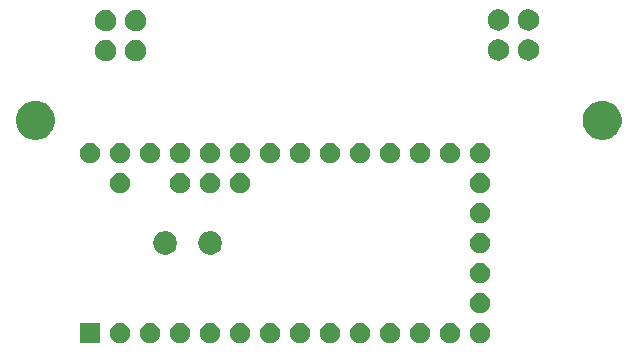
<source format=gbr>
G04 #@! TF.GenerationSoftware,KiCad,Pcbnew,(5.1.5)-2*
G04 #@! TF.CreationDate,2020-01-08T13:09:33+10:00*
G04 #@! TF.ProjectId,teensy-carrier,7465656e-7379-42d6-9361-72726965722e,rev?*
G04 #@! TF.SameCoordinates,Original*
G04 #@! TF.FileFunction,Soldermask,Bot*
G04 #@! TF.FilePolarity,Negative*
%FSLAX46Y46*%
G04 Gerber Fmt 4.6, Leading zero omitted, Abs format (unit mm)*
G04 Created by KiCad (PCBNEW (5.1.5)-2) date 2020-01-08 13:09:33*
%MOMM*%
%LPD*%
G04 APERTURE LIST*
%ADD10C,0.100000*%
G04 APERTURE END LIST*
D10*
G36*
X676491000Y-398361000D02*
G01*
X674789000Y-398361000D01*
X674789000Y-396659000D01*
X676491000Y-396659000D01*
X676491000Y-398361000D01*
G37*
G36*
X706368228Y-396691703D02*
G01*
X706523100Y-396755853D01*
X706662481Y-396848985D01*
X706781015Y-396967519D01*
X706874147Y-397106900D01*
X706938297Y-397261772D01*
X706971000Y-397426184D01*
X706971000Y-397593816D01*
X706938297Y-397758228D01*
X706874147Y-397913100D01*
X706781015Y-398052481D01*
X706662481Y-398171015D01*
X706523100Y-398264147D01*
X706368228Y-398328297D01*
X706203816Y-398361000D01*
X706036184Y-398361000D01*
X705871772Y-398328297D01*
X705716900Y-398264147D01*
X705577519Y-398171015D01*
X705458985Y-398052481D01*
X705365853Y-397913100D01*
X705301703Y-397758228D01*
X705269000Y-397593816D01*
X705269000Y-397426184D01*
X705301703Y-397261772D01*
X705365853Y-397106900D01*
X705458985Y-396967519D01*
X705577519Y-396848985D01*
X705716900Y-396755853D01*
X705871772Y-396691703D01*
X706036184Y-396659000D01*
X706203816Y-396659000D01*
X706368228Y-396691703D01*
G37*
G36*
X703828228Y-396691703D02*
G01*
X703983100Y-396755853D01*
X704122481Y-396848985D01*
X704241015Y-396967519D01*
X704334147Y-397106900D01*
X704398297Y-397261772D01*
X704431000Y-397426184D01*
X704431000Y-397593816D01*
X704398297Y-397758228D01*
X704334147Y-397913100D01*
X704241015Y-398052481D01*
X704122481Y-398171015D01*
X703983100Y-398264147D01*
X703828228Y-398328297D01*
X703663816Y-398361000D01*
X703496184Y-398361000D01*
X703331772Y-398328297D01*
X703176900Y-398264147D01*
X703037519Y-398171015D01*
X702918985Y-398052481D01*
X702825853Y-397913100D01*
X702761703Y-397758228D01*
X702729000Y-397593816D01*
X702729000Y-397426184D01*
X702761703Y-397261772D01*
X702825853Y-397106900D01*
X702918985Y-396967519D01*
X703037519Y-396848985D01*
X703176900Y-396755853D01*
X703331772Y-396691703D01*
X703496184Y-396659000D01*
X703663816Y-396659000D01*
X703828228Y-396691703D01*
G37*
G36*
X701288228Y-396691703D02*
G01*
X701443100Y-396755853D01*
X701582481Y-396848985D01*
X701701015Y-396967519D01*
X701794147Y-397106900D01*
X701858297Y-397261772D01*
X701891000Y-397426184D01*
X701891000Y-397593816D01*
X701858297Y-397758228D01*
X701794147Y-397913100D01*
X701701015Y-398052481D01*
X701582481Y-398171015D01*
X701443100Y-398264147D01*
X701288228Y-398328297D01*
X701123816Y-398361000D01*
X700956184Y-398361000D01*
X700791772Y-398328297D01*
X700636900Y-398264147D01*
X700497519Y-398171015D01*
X700378985Y-398052481D01*
X700285853Y-397913100D01*
X700221703Y-397758228D01*
X700189000Y-397593816D01*
X700189000Y-397426184D01*
X700221703Y-397261772D01*
X700285853Y-397106900D01*
X700378985Y-396967519D01*
X700497519Y-396848985D01*
X700636900Y-396755853D01*
X700791772Y-396691703D01*
X700956184Y-396659000D01*
X701123816Y-396659000D01*
X701288228Y-396691703D01*
G37*
G36*
X698748228Y-396691703D02*
G01*
X698903100Y-396755853D01*
X699042481Y-396848985D01*
X699161015Y-396967519D01*
X699254147Y-397106900D01*
X699318297Y-397261772D01*
X699351000Y-397426184D01*
X699351000Y-397593816D01*
X699318297Y-397758228D01*
X699254147Y-397913100D01*
X699161015Y-398052481D01*
X699042481Y-398171015D01*
X698903100Y-398264147D01*
X698748228Y-398328297D01*
X698583816Y-398361000D01*
X698416184Y-398361000D01*
X698251772Y-398328297D01*
X698096900Y-398264147D01*
X697957519Y-398171015D01*
X697838985Y-398052481D01*
X697745853Y-397913100D01*
X697681703Y-397758228D01*
X697649000Y-397593816D01*
X697649000Y-397426184D01*
X697681703Y-397261772D01*
X697745853Y-397106900D01*
X697838985Y-396967519D01*
X697957519Y-396848985D01*
X698096900Y-396755853D01*
X698251772Y-396691703D01*
X698416184Y-396659000D01*
X698583816Y-396659000D01*
X698748228Y-396691703D01*
G37*
G36*
X696208228Y-396691703D02*
G01*
X696363100Y-396755853D01*
X696502481Y-396848985D01*
X696621015Y-396967519D01*
X696714147Y-397106900D01*
X696778297Y-397261772D01*
X696811000Y-397426184D01*
X696811000Y-397593816D01*
X696778297Y-397758228D01*
X696714147Y-397913100D01*
X696621015Y-398052481D01*
X696502481Y-398171015D01*
X696363100Y-398264147D01*
X696208228Y-398328297D01*
X696043816Y-398361000D01*
X695876184Y-398361000D01*
X695711772Y-398328297D01*
X695556900Y-398264147D01*
X695417519Y-398171015D01*
X695298985Y-398052481D01*
X695205853Y-397913100D01*
X695141703Y-397758228D01*
X695109000Y-397593816D01*
X695109000Y-397426184D01*
X695141703Y-397261772D01*
X695205853Y-397106900D01*
X695298985Y-396967519D01*
X695417519Y-396848985D01*
X695556900Y-396755853D01*
X695711772Y-396691703D01*
X695876184Y-396659000D01*
X696043816Y-396659000D01*
X696208228Y-396691703D01*
G37*
G36*
X693668228Y-396691703D02*
G01*
X693823100Y-396755853D01*
X693962481Y-396848985D01*
X694081015Y-396967519D01*
X694174147Y-397106900D01*
X694238297Y-397261772D01*
X694271000Y-397426184D01*
X694271000Y-397593816D01*
X694238297Y-397758228D01*
X694174147Y-397913100D01*
X694081015Y-398052481D01*
X693962481Y-398171015D01*
X693823100Y-398264147D01*
X693668228Y-398328297D01*
X693503816Y-398361000D01*
X693336184Y-398361000D01*
X693171772Y-398328297D01*
X693016900Y-398264147D01*
X692877519Y-398171015D01*
X692758985Y-398052481D01*
X692665853Y-397913100D01*
X692601703Y-397758228D01*
X692569000Y-397593816D01*
X692569000Y-397426184D01*
X692601703Y-397261772D01*
X692665853Y-397106900D01*
X692758985Y-396967519D01*
X692877519Y-396848985D01*
X693016900Y-396755853D01*
X693171772Y-396691703D01*
X693336184Y-396659000D01*
X693503816Y-396659000D01*
X693668228Y-396691703D01*
G37*
G36*
X691128228Y-396691703D02*
G01*
X691283100Y-396755853D01*
X691422481Y-396848985D01*
X691541015Y-396967519D01*
X691634147Y-397106900D01*
X691698297Y-397261772D01*
X691731000Y-397426184D01*
X691731000Y-397593816D01*
X691698297Y-397758228D01*
X691634147Y-397913100D01*
X691541015Y-398052481D01*
X691422481Y-398171015D01*
X691283100Y-398264147D01*
X691128228Y-398328297D01*
X690963816Y-398361000D01*
X690796184Y-398361000D01*
X690631772Y-398328297D01*
X690476900Y-398264147D01*
X690337519Y-398171015D01*
X690218985Y-398052481D01*
X690125853Y-397913100D01*
X690061703Y-397758228D01*
X690029000Y-397593816D01*
X690029000Y-397426184D01*
X690061703Y-397261772D01*
X690125853Y-397106900D01*
X690218985Y-396967519D01*
X690337519Y-396848985D01*
X690476900Y-396755853D01*
X690631772Y-396691703D01*
X690796184Y-396659000D01*
X690963816Y-396659000D01*
X691128228Y-396691703D01*
G37*
G36*
X688588228Y-396691703D02*
G01*
X688743100Y-396755853D01*
X688882481Y-396848985D01*
X689001015Y-396967519D01*
X689094147Y-397106900D01*
X689158297Y-397261772D01*
X689191000Y-397426184D01*
X689191000Y-397593816D01*
X689158297Y-397758228D01*
X689094147Y-397913100D01*
X689001015Y-398052481D01*
X688882481Y-398171015D01*
X688743100Y-398264147D01*
X688588228Y-398328297D01*
X688423816Y-398361000D01*
X688256184Y-398361000D01*
X688091772Y-398328297D01*
X687936900Y-398264147D01*
X687797519Y-398171015D01*
X687678985Y-398052481D01*
X687585853Y-397913100D01*
X687521703Y-397758228D01*
X687489000Y-397593816D01*
X687489000Y-397426184D01*
X687521703Y-397261772D01*
X687585853Y-397106900D01*
X687678985Y-396967519D01*
X687797519Y-396848985D01*
X687936900Y-396755853D01*
X688091772Y-396691703D01*
X688256184Y-396659000D01*
X688423816Y-396659000D01*
X688588228Y-396691703D01*
G37*
G36*
X686048228Y-396691703D02*
G01*
X686203100Y-396755853D01*
X686342481Y-396848985D01*
X686461015Y-396967519D01*
X686554147Y-397106900D01*
X686618297Y-397261772D01*
X686651000Y-397426184D01*
X686651000Y-397593816D01*
X686618297Y-397758228D01*
X686554147Y-397913100D01*
X686461015Y-398052481D01*
X686342481Y-398171015D01*
X686203100Y-398264147D01*
X686048228Y-398328297D01*
X685883816Y-398361000D01*
X685716184Y-398361000D01*
X685551772Y-398328297D01*
X685396900Y-398264147D01*
X685257519Y-398171015D01*
X685138985Y-398052481D01*
X685045853Y-397913100D01*
X684981703Y-397758228D01*
X684949000Y-397593816D01*
X684949000Y-397426184D01*
X684981703Y-397261772D01*
X685045853Y-397106900D01*
X685138985Y-396967519D01*
X685257519Y-396848985D01*
X685396900Y-396755853D01*
X685551772Y-396691703D01*
X685716184Y-396659000D01*
X685883816Y-396659000D01*
X686048228Y-396691703D01*
G37*
G36*
X708908228Y-396691703D02*
G01*
X709063100Y-396755853D01*
X709202481Y-396848985D01*
X709321015Y-396967519D01*
X709414147Y-397106900D01*
X709478297Y-397261772D01*
X709511000Y-397426184D01*
X709511000Y-397593816D01*
X709478297Y-397758228D01*
X709414147Y-397913100D01*
X709321015Y-398052481D01*
X709202481Y-398171015D01*
X709063100Y-398264147D01*
X708908228Y-398328297D01*
X708743816Y-398361000D01*
X708576184Y-398361000D01*
X708411772Y-398328297D01*
X708256900Y-398264147D01*
X708117519Y-398171015D01*
X707998985Y-398052481D01*
X707905853Y-397913100D01*
X707841703Y-397758228D01*
X707809000Y-397593816D01*
X707809000Y-397426184D01*
X707841703Y-397261772D01*
X707905853Y-397106900D01*
X707998985Y-396967519D01*
X708117519Y-396848985D01*
X708256900Y-396755853D01*
X708411772Y-396691703D01*
X708576184Y-396659000D01*
X708743816Y-396659000D01*
X708908228Y-396691703D01*
G37*
G36*
X683508228Y-396691703D02*
G01*
X683663100Y-396755853D01*
X683802481Y-396848985D01*
X683921015Y-396967519D01*
X684014147Y-397106900D01*
X684078297Y-397261772D01*
X684111000Y-397426184D01*
X684111000Y-397593816D01*
X684078297Y-397758228D01*
X684014147Y-397913100D01*
X683921015Y-398052481D01*
X683802481Y-398171015D01*
X683663100Y-398264147D01*
X683508228Y-398328297D01*
X683343816Y-398361000D01*
X683176184Y-398361000D01*
X683011772Y-398328297D01*
X682856900Y-398264147D01*
X682717519Y-398171015D01*
X682598985Y-398052481D01*
X682505853Y-397913100D01*
X682441703Y-397758228D01*
X682409000Y-397593816D01*
X682409000Y-397426184D01*
X682441703Y-397261772D01*
X682505853Y-397106900D01*
X682598985Y-396967519D01*
X682717519Y-396848985D01*
X682856900Y-396755853D01*
X683011772Y-396691703D01*
X683176184Y-396659000D01*
X683343816Y-396659000D01*
X683508228Y-396691703D01*
G37*
G36*
X680968228Y-396691703D02*
G01*
X681123100Y-396755853D01*
X681262481Y-396848985D01*
X681381015Y-396967519D01*
X681474147Y-397106900D01*
X681538297Y-397261772D01*
X681571000Y-397426184D01*
X681571000Y-397593816D01*
X681538297Y-397758228D01*
X681474147Y-397913100D01*
X681381015Y-398052481D01*
X681262481Y-398171015D01*
X681123100Y-398264147D01*
X680968228Y-398328297D01*
X680803816Y-398361000D01*
X680636184Y-398361000D01*
X680471772Y-398328297D01*
X680316900Y-398264147D01*
X680177519Y-398171015D01*
X680058985Y-398052481D01*
X679965853Y-397913100D01*
X679901703Y-397758228D01*
X679869000Y-397593816D01*
X679869000Y-397426184D01*
X679901703Y-397261772D01*
X679965853Y-397106900D01*
X680058985Y-396967519D01*
X680177519Y-396848985D01*
X680316900Y-396755853D01*
X680471772Y-396691703D01*
X680636184Y-396659000D01*
X680803816Y-396659000D01*
X680968228Y-396691703D01*
G37*
G36*
X678428228Y-396691703D02*
G01*
X678583100Y-396755853D01*
X678722481Y-396848985D01*
X678841015Y-396967519D01*
X678934147Y-397106900D01*
X678998297Y-397261772D01*
X679031000Y-397426184D01*
X679031000Y-397593816D01*
X678998297Y-397758228D01*
X678934147Y-397913100D01*
X678841015Y-398052481D01*
X678722481Y-398171015D01*
X678583100Y-398264147D01*
X678428228Y-398328297D01*
X678263816Y-398361000D01*
X678096184Y-398361000D01*
X677931772Y-398328297D01*
X677776900Y-398264147D01*
X677637519Y-398171015D01*
X677518985Y-398052481D01*
X677425853Y-397913100D01*
X677361703Y-397758228D01*
X677329000Y-397593816D01*
X677329000Y-397426184D01*
X677361703Y-397261772D01*
X677425853Y-397106900D01*
X677518985Y-396967519D01*
X677637519Y-396848985D01*
X677776900Y-396755853D01*
X677931772Y-396691703D01*
X678096184Y-396659000D01*
X678263816Y-396659000D01*
X678428228Y-396691703D01*
G37*
G36*
X708908228Y-394151703D02*
G01*
X709063100Y-394215853D01*
X709202481Y-394308985D01*
X709321015Y-394427519D01*
X709414147Y-394566900D01*
X709478297Y-394721772D01*
X709511000Y-394886184D01*
X709511000Y-395053816D01*
X709478297Y-395218228D01*
X709414147Y-395373100D01*
X709321015Y-395512481D01*
X709202481Y-395631015D01*
X709063100Y-395724147D01*
X708908228Y-395788297D01*
X708743816Y-395821000D01*
X708576184Y-395821000D01*
X708411772Y-395788297D01*
X708256900Y-395724147D01*
X708117519Y-395631015D01*
X707998985Y-395512481D01*
X707905853Y-395373100D01*
X707841703Y-395218228D01*
X707809000Y-395053816D01*
X707809000Y-394886184D01*
X707841703Y-394721772D01*
X707905853Y-394566900D01*
X707998985Y-394427519D01*
X708117519Y-394308985D01*
X708256900Y-394215853D01*
X708411772Y-394151703D01*
X708576184Y-394119000D01*
X708743816Y-394119000D01*
X708908228Y-394151703D01*
G37*
G36*
X708908228Y-391611703D02*
G01*
X709063100Y-391675853D01*
X709202481Y-391768985D01*
X709321015Y-391887519D01*
X709414147Y-392026900D01*
X709478297Y-392181772D01*
X709511000Y-392346184D01*
X709511000Y-392513816D01*
X709478297Y-392678228D01*
X709414147Y-392833100D01*
X709321015Y-392972481D01*
X709202481Y-393091015D01*
X709063100Y-393184147D01*
X708908228Y-393248297D01*
X708743816Y-393281000D01*
X708576184Y-393281000D01*
X708411772Y-393248297D01*
X708256900Y-393184147D01*
X708117519Y-393091015D01*
X707998985Y-392972481D01*
X707905853Y-392833100D01*
X707841703Y-392678228D01*
X707809000Y-392513816D01*
X707809000Y-392346184D01*
X707841703Y-392181772D01*
X707905853Y-392026900D01*
X707998985Y-391887519D01*
X708117519Y-391768985D01*
X708256900Y-391675853D01*
X708411772Y-391611703D01*
X708576184Y-391579000D01*
X708743816Y-391579000D01*
X708908228Y-391611703D01*
G37*
G36*
X682185285Y-388908234D02*
G01*
X682281981Y-388927468D01*
X682464151Y-389002926D01*
X682628100Y-389112473D01*
X682767527Y-389251900D01*
X682877074Y-389415849D01*
X682952532Y-389598019D01*
X682991000Y-389791410D01*
X682991000Y-389988590D01*
X682952532Y-390181981D01*
X682877074Y-390364151D01*
X682767527Y-390528100D01*
X682628100Y-390667527D01*
X682464151Y-390777074D01*
X682281981Y-390852532D01*
X682185285Y-390871766D01*
X682088591Y-390891000D01*
X681891409Y-390891000D01*
X681698019Y-390852532D01*
X681515849Y-390777074D01*
X681351900Y-390667527D01*
X681212473Y-390528100D01*
X681102926Y-390364151D01*
X681027468Y-390181981D01*
X680989000Y-389988590D01*
X680989000Y-389791410D01*
X681027468Y-389598019D01*
X681102926Y-389415849D01*
X681212473Y-389251900D01*
X681351900Y-389112473D01*
X681515849Y-389002926D01*
X681698019Y-388927468D01*
X681794715Y-388908234D01*
X681891409Y-388889000D01*
X682088591Y-388889000D01*
X682185285Y-388908234D01*
G37*
G36*
X685995285Y-388908234D02*
G01*
X686091981Y-388927468D01*
X686274151Y-389002926D01*
X686438100Y-389112473D01*
X686577527Y-389251900D01*
X686687074Y-389415849D01*
X686762532Y-389598019D01*
X686801000Y-389791410D01*
X686801000Y-389988590D01*
X686762532Y-390181981D01*
X686687074Y-390364151D01*
X686577527Y-390528100D01*
X686438100Y-390667527D01*
X686274151Y-390777074D01*
X686091981Y-390852532D01*
X685995285Y-390871766D01*
X685898591Y-390891000D01*
X685701409Y-390891000D01*
X685508019Y-390852532D01*
X685325849Y-390777074D01*
X685161900Y-390667527D01*
X685022473Y-390528100D01*
X684912926Y-390364151D01*
X684837468Y-390181981D01*
X684799000Y-389988590D01*
X684799000Y-389791410D01*
X684837468Y-389598019D01*
X684912926Y-389415849D01*
X685022473Y-389251900D01*
X685161900Y-389112473D01*
X685325849Y-389002926D01*
X685508019Y-388927468D01*
X685604715Y-388908234D01*
X685701409Y-388889000D01*
X685898591Y-388889000D01*
X685995285Y-388908234D01*
G37*
G36*
X708908228Y-389071703D02*
G01*
X709063100Y-389135853D01*
X709202481Y-389228985D01*
X709321015Y-389347519D01*
X709414147Y-389486900D01*
X709478297Y-389641772D01*
X709511000Y-389806184D01*
X709511000Y-389973816D01*
X709478297Y-390138228D01*
X709414147Y-390293100D01*
X709321015Y-390432481D01*
X709202481Y-390551015D01*
X709063100Y-390644147D01*
X708908228Y-390708297D01*
X708743816Y-390741000D01*
X708576184Y-390741000D01*
X708411772Y-390708297D01*
X708256900Y-390644147D01*
X708117519Y-390551015D01*
X707998985Y-390432481D01*
X707905853Y-390293100D01*
X707841703Y-390138228D01*
X707809000Y-389973816D01*
X707809000Y-389806184D01*
X707841703Y-389641772D01*
X707905853Y-389486900D01*
X707998985Y-389347519D01*
X708117519Y-389228985D01*
X708256900Y-389135853D01*
X708411772Y-389071703D01*
X708576184Y-389039000D01*
X708743816Y-389039000D01*
X708908228Y-389071703D01*
G37*
G36*
X708908228Y-386531703D02*
G01*
X709063100Y-386595853D01*
X709202481Y-386688985D01*
X709321015Y-386807519D01*
X709414147Y-386946900D01*
X709478297Y-387101772D01*
X709511000Y-387266184D01*
X709511000Y-387433816D01*
X709478297Y-387598228D01*
X709414147Y-387753100D01*
X709321015Y-387892481D01*
X709202481Y-388011015D01*
X709063100Y-388104147D01*
X708908228Y-388168297D01*
X708743816Y-388201000D01*
X708576184Y-388201000D01*
X708411772Y-388168297D01*
X708256900Y-388104147D01*
X708117519Y-388011015D01*
X707998985Y-387892481D01*
X707905853Y-387753100D01*
X707841703Y-387598228D01*
X707809000Y-387433816D01*
X707809000Y-387266184D01*
X707841703Y-387101772D01*
X707905853Y-386946900D01*
X707998985Y-386807519D01*
X708117519Y-386688985D01*
X708256900Y-386595853D01*
X708411772Y-386531703D01*
X708576184Y-386499000D01*
X708743816Y-386499000D01*
X708908228Y-386531703D01*
G37*
G36*
X678428228Y-383991703D02*
G01*
X678583100Y-384055853D01*
X678722481Y-384148985D01*
X678841015Y-384267519D01*
X678934147Y-384406900D01*
X678998297Y-384561772D01*
X679031000Y-384726184D01*
X679031000Y-384893816D01*
X678998297Y-385058228D01*
X678934147Y-385213100D01*
X678841015Y-385352481D01*
X678722481Y-385471015D01*
X678583100Y-385564147D01*
X678428228Y-385628297D01*
X678263816Y-385661000D01*
X678096184Y-385661000D01*
X677931772Y-385628297D01*
X677776900Y-385564147D01*
X677637519Y-385471015D01*
X677518985Y-385352481D01*
X677425853Y-385213100D01*
X677361703Y-385058228D01*
X677329000Y-384893816D01*
X677329000Y-384726184D01*
X677361703Y-384561772D01*
X677425853Y-384406900D01*
X677518985Y-384267519D01*
X677637519Y-384148985D01*
X677776900Y-384055853D01*
X677931772Y-383991703D01*
X678096184Y-383959000D01*
X678263816Y-383959000D01*
X678428228Y-383991703D01*
G37*
G36*
X683508228Y-383991703D02*
G01*
X683663100Y-384055853D01*
X683802481Y-384148985D01*
X683921015Y-384267519D01*
X684014147Y-384406900D01*
X684078297Y-384561772D01*
X684111000Y-384726184D01*
X684111000Y-384893816D01*
X684078297Y-385058228D01*
X684014147Y-385213100D01*
X683921015Y-385352481D01*
X683802481Y-385471015D01*
X683663100Y-385564147D01*
X683508228Y-385628297D01*
X683343816Y-385661000D01*
X683176184Y-385661000D01*
X683011772Y-385628297D01*
X682856900Y-385564147D01*
X682717519Y-385471015D01*
X682598985Y-385352481D01*
X682505853Y-385213100D01*
X682441703Y-385058228D01*
X682409000Y-384893816D01*
X682409000Y-384726184D01*
X682441703Y-384561772D01*
X682505853Y-384406900D01*
X682598985Y-384267519D01*
X682717519Y-384148985D01*
X682856900Y-384055853D01*
X683011772Y-383991703D01*
X683176184Y-383959000D01*
X683343816Y-383959000D01*
X683508228Y-383991703D01*
G37*
G36*
X708908228Y-383991703D02*
G01*
X709063100Y-384055853D01*
X709202481Y-384148985D01*
X709321015Y-384267519D01*
X709414147Y-384406900D01*
X709478297Y-384561772D01*
X709511000Y-384726184D01*
X709511000Y-384893816D01*
X709478297Y-385058228D01*
X709414147Y-385213100D01*
X709321015Y-385352481D01*
X709202481Y-385471015D01*
X709063100Y-385564147D01*
X708908228Y-385628297D01*
X708743816Y-385661000D01*
X708576184Y-385661000D01*
X708411772Y-385628297D01*
X708256900Y-385564147D01*
X708117519Y-385471015D01*
X707998985Y-385352481D01*
X707905853Y-385213100D01*
X707841703Y-385058228D01*
X707809000Y-384893816D01*
X707809000Y-384726184D01*
X707841703Y-384561772D01*
X707905853Y-384406900D01*
X707998985Y-384267519D01*
X708117519Y-384148985D01*
X708256900Y-384055853D01*
X708411772Y-383991703D01*
X708576184Y-383959000D01*
X708743816Y-383959000D01*
X708908228Y-383991703D01*
G37*
G36*
X686048228Y-383991703D02*
G01*
X686203100Y-384055853D01*
X686342481Y-384148985D01*
X686461015Y-384267519D01*
X686554147Y-384406900D01*
X686618297Y-384561772D01*
X686651000Y-384726184D01*
X686651000Y-384893816D01*
X686618297Y-385058228D01*
X686554147Y-385213100D01*
X686461015Y-385352481D01*
X686342481Y-385471015D01*
X686203100Y-385564147D01*
X686048228Y-385628297D01*
X685883816Y-385661000D01*
X685716184Y-385661000D01*
X685551772Y-385628297D01*
X685396900Y-385564147D01*
X685257519Y-385471015D01*
X685138985Y-385352481D01*
X685045853Y-385213100D01*
X684981703Y-385058228D01*
X684949000Y-384893816D01*
X684949000Y-384726184D01*
X684981703Y-384561772D01*
X685045853Y-384406900D01*
X685138985Y-384267519D01*
X685257519Y-384148985D01*
X685396900Y-384055853D01*
X685551772Y-383991703D01*
X685716184Y-383959000D01*
X685883816Y-383959000D01*
X686048228Y-383991703D01*
G37*
G36*
X688588228Y-383991703D02*
G01*
X688743100Y-384055853D01*
X688882481Y-384148985D01*
X689001015Y-384267519D01*
X689094147Y-384406900D01*
X689158297Y-384561772D01*
X689191000Y-384726184D01*
X689191000Y-384893816D01*
X689158297Y-385058228D01*
X689094147Y-385213100D01*
X689001015Y-385352481D01*
X688882481Y-385471015D01*
X688743100Y-385564147D01*
X688588228Y-385628297D01*
X688423816Y-385661000D01*
X688256184Y-385661000D01*
X688091772Y-385628297D01*
X687936900Y-385564147D01*
X687797519Y-385471015D01*
X687678985Y-385352481D01*
X687585853Y-385213100D01*
X687521703Y-385058228D01*
X687489000Y-384893816D01*
X687489000Y-384726184D01*
X687521703Y-384561772D01*
X687585853Y-384406900D01*
X687678985Y-384267519D01*
X687797519Y-384148985D01*
X687936900Y-384055853D01*
X688091772Y-383991703D01*
X688256184Y-383959000D01*
X688423816Y-383959000D01*
X688588228Y-383991703D01*
G37*
G36*
X698748228Y-381451703D02*
G01*
X698903100Y-381515853D01*
X699042481Y-381608985D01*
X699161015Y-381727519D01*
X699254147Y-381866900D01*
X699318297Y-382021772D01*
X699351000Y-382186184D01*
X699351000Y-382353816D01*
X699318297Y-382518228D01*
X699254147Y-382673100D01*
X699161015Y-382812481D01*
X699042481Y-382931015D01*
X698903100Y-383024147D01*
X698748228Y-383088297D01*
X698583816Y-383121000D01*
X698416184Y-383121000D01*
X698251772Y-383088297D01*
X698096900Y-383024147D01*
X697957519Y-382931015D01*
X697838985Y-382812481D01*
X697745853Y-382673100D01*
X697681703Y-382518228D01*
X697649000Y-382353816D01*
X697649000Y-382186184D01*
X697681703Y-382021772D01*
X697745853Y-381866900D01*
X697838985Y-381727519D01*
X697957519Y-381608985D01*
X698096900Y-381515853D01*
X698251772Y-381451703D01*
X698416184Y-381419000D01*
X698583816Y-381419000D01*
X698748228Y-381451703D01*
G37*
G36*
X688588228Y-381451703D02*
G01*
X688743100Y-381515853D01*
X688882481Y-381608985D01*
X689001015Y-381727519D01*
X689094147Y-381866900D01*
X689158297Y-382021772D01*
X689191000Y-382186184D01*
X689191000Y-382353816D01*
X689158297Y-382518228D01*
X689094147Y-382673100D01*
X689001015Y-382812481D01*
X688882481Y-382931015D01*
X688743100Y-383024147D01*
X688588228Y-383088297D01*
X688423816Y-383121000D01*
X688256184Y-383121000D01*
X688091772Y-383088297D01*
X687936900Y-383024147D01*
X687797519Y-382931015D01*
X687678985Y-382812481D01*
X687585853Y-382673100D01*
X687521703Y-382518228D01*
X687489000Y-382353816D01*
X687489000Y-382186184D01*
X687521703Y-382021772D01*
X687585853Y-381866900D01*
X687678985Y-381727519D01*
X687797519Y-381608985D01*
X687936900Y-381515853D01*
X688091772Y-381451703D01*
X688256184Y-381419000D01*
X688423816Y-381419000D01*
X688588228Y-381451703D01*
G37*
G36*
X693668228Y-381451703D02*
G01*
X693823100Y-381515853D01*
X693962481Y-381608985D01*
X694081015Y-381727519D01*
X694174147Y-381866900D01*
X694238297Y-382021772D01*
X694271000Y-382186184D01*
X694271000Y-382353816D01*
X694238297Y-382518228D01*
X694174147Y-382673100D01*
X694081015Y-382812481D01*
X693962481Y-382931015D01*
X693823100Y-383024147D01*
X693668228Y-383088297D01*
X693503816Y-383121000D01*
X693336184Y-383121000D01*
X693171772Y-383088297D01*
X693016900Y-383024147D01*
X692877519Y-382931015D01*
X692758985Y-382812481D01*
X692665853Y-382673100D01*
X692601703Y-382518228D01*
X692569000Y-382353816D01*
X692569000Y-382186184D01*
X692601703Y-382021772D01*
X692665853Y-381866900D01*
X692758985Y-381727519D01*
X692877519Y-381608985D01*
X693016900Y-381515853D01*
X693171772Y-381451703D01*
X693336184Y-381419000D01*
X693503816Y-381419000D01*
X693668228Y-381451703D01*
G37*
G36*
X696208228Y-381451703D02*
G01*
X696363100Y-381515853D01*
X696502481Y-381608985D01*
X696621015Y-381727519D01*
X696714147Y-381866900D01*
X696778297Y-382021772D01*
X696811000Y-382186184D01*
X696811000Y-382353816D01*
X696778297Y-382518228D01*
X696714147Y-382673100D01*
X696621015Y-382812481D01*
X696502481Y-382931015D01*
X696363100Y-383024147D01*
X696208228Y-383088297D01*
X696043816Y-383121000D01*
X695876184Y-383121000D01*
X695711772Y-383088297D01*
X695556900Y-383024147D01*
X695417519Y-382931015D01*
X695298985Y-382812481D01*
X695205853Y-382673100D01*
X695141703Y-382518228D01*
X695109000Y-382353816D01*
X695109000Y-382186184D01*
X695141703Y-382021772D01*
X695205853Y-381866900D01*
X695298985Y-381727519D01*
X695417519Y-381608985D01*
X695556900Y-381515853D01*
X695711772Y-381451703D01*
X695876184Y-381419000D01*
X696043816Y-381419000D01*
X696208228Y-381451703D01*
G37*
G36*
X701288228Y-381451703D02*
G01*
X701443100Y-381515853D01*
X701582481Y-381608985D01*
X701701015Y-381727519D01*
X701794147Y-381866900D01*
X701858297Y-382021772D01*
X701891000Y-382186184D01*
X701891000Y-382353816D01*
X701858297Y-382518228D01*
X701794147Y-382673100D01*
X701701015Y-382812481D01*
X701582481Y-382931015D01*
X701443100Y-383024147D01*
X701288228Y-383088297D01*
X701123816Y-383121000D01*
X700956184Y-383121000D01*
X700791772Y-383088297D01*
X700636900Y-383024147D01*
X700497519Y-382931015D01*
X700378985Y-382812481D01*
X700285853Y-382673100D01*
X700221703Y-382518228D01*
X700189000Y-382353816D01*
X700189000Y-382186184D01*
X700221703Y-382021772D01*
X700285853Y-381866900D01*
X700378985Y-381727519D01*
X700497519Y-381608985D01*
X700636900Y-381515853D01*
X700791772Y-381451703D01*
X700956184Y-381419000D01*
X701123816Y-381419000D01*
X701288228Y-381451703D01*
G37*
G36*
X703828228Y-381451703D02*
G01*
X703983100Y-381515853D01*
X704122481Y-381608985D01*
X704241015Y-381727519D01*
X704334147Y-381866900D01*
X704398297Y-382021772D01*
X704431000Y-382186184D01*
X704431000Y-382353816D01*
X704398297Y-382518228D01*
X704334147Y-382673100D01*
X704241015Y-382812481D01*
X704122481Y-382931015D01*
X703983100Y-383024147D01*
X703828228Y-383088297D01*
X703663816Y-383121000D01*
X703496184Y-383121000D01*
X703331772Y-383088297D01*
X703176900Y-383024147D01*
X703037519Y-382931015D01*
X702918985Y-382812481D01*
X702825853Y-382673100D01*
X702761703Y-382518228D01*
X702729000Y-382353816D01*
X702729000Y-382186184D01*
X702761703Y-382021772D01*
X702825853Y-381866900D01*
X702918985Y-381727519D01*
X703037519Y-381608985D01*
X703176900Y-381515853D01*
X703331772Y-381451703D01*
X703496184Y-381419000D01*
X703663816Y-381419000D01*
X703828228Y-381451703D01*
G37*
G36*
X706368228Y-381451703D02*
G01*
X706523100Y-381515853D01*
X706662481Y-381608985D01*
X706781015Y-381727519D01*
X706874147Y-381866900D01*
X706938297Y-382021772D01*
X706971000Y-382186184D01*
X706971000Y-382353816D01*
X706938297Y-382518228D01*
X706874147Y-382673100D01*
X706781015Y-382812481D01*
X706662481Y-382931015D01*
X706523100Y-383024147D01*
X706368228Y-383088297D01*
X706203816Y-383121000D01*
X706036184Y-383121000D01*
X705871772Y-383088297D01*
X705716900Y-383024147D01*
X705577519Y-382931015D01*
X705458985Y-382812481D01*
X705365853Y-382673100D01*
X705301703Y-382518228D01*
X705269000Y-382353816D01*
X705269000Y-382186184D01*
X705301703Y-382021772D01*
X705365853Y-381866900D01*
X705458985Y-381727519D01*
X705577519Y-381608985D01*
X705716900Y-381515853D01*
X705871772Y-381451703D01*
X706036184Y-381419000D01*
X706203816Y-381419000D01*
X706368228Y-381451703D01*
G37*
G36*
X691128228Y-381451703D02*
G01*
X691283100Y-381515853D01*
X691422481Y-381608985D01*
X691541015Y-381727519D01*
X691634147Y-381866900D01*
X691698297Y-382021772D01*
X691731000Y-382186184D01*
X691731000Y-382353816D01*
X691698297Y-382518228D01*
X691634147Y-382673100D01*
X691541015Y-382812481D01*
X691422481Y-382931015D01*
X691283100Y-383024147D01*
X691128228Y-383088297D01*
X690963816Y-383121000D01*
X690796184Y-383121000D01*
X690631772Y-383088297D01*
X690476900Y-383024147D01*
X690337519Y-382931015D01*
X690218985Y-382812481D01*
X690125853Y-382673100D01*
X690061703Y-382518228D01*
X690029000Y-382353816D01*
X690029000Y-382186184D01*
X690061703Y-382021772D01*
X690125853Y-381866900D01*
X690218985Y-381727519D01*
X690337519Y-381608985D01*
X690476900Y-381515853D01*
X690631772Y-381451703D01*
X690796184Y-381419000D01*
X690963816Y-381419000D01*
X691128228Y-381451703D01*
G37*
G36*
X680968228Y-381451703D02*
G01*
X681123100Y-381515853D01*
X681262481Y-381608985D01*
X681381015Y-381727519D01*
X681474147Y-381866900D01*
X681538297Y-382021772D01*
X681571000Y-382186184D01*
X681571000Y-382353816D01*
X681538297Y-382518228D01*
X681474147Y-382673100D01*
X681381015Y-382812481D01*
X681262481Y-382931015D01*
X681123100Y-383024147D01*
X680968228Y-383088297D01*
X680803816Y-383121000D01*
X680636184Y-383121000D01*
X680471772Y-383088297D01*
X680316900Y-383024147D01*
X680177519Y-382931015D01*
X680058985Y-382812481D01*
X679965853Y-382673100D01*
X679901703Y-382518228D01*
X679869000Y-382353816D01*
X679869000Y-382186184D01*
X679901703Y-382021772D01*
X679965853Y-381866900D01*
X680058985Y-381727519D01*
X680177519Y-381608985D01*
X680316900Y-381515853D01*
X680471772Y-381451703D01*
X680636184Y-381419000D01*
X680803816Y-381419000D01*
X680968228Y-381451703D01*
G37*
G36*
X678428228Y-381451703D02*
G01*
X678583100Y-381515853D01*
X678722481Y-381608985D01*
X678841015Y-381727519D01*
X678934147Y-381866900D01*
X678998297Y-382021772D01*
X679031000Y-382186184D01*
X679031000Y-382353816D01*
X678998297Y-382518228D01*
X678934147Y-382673100D01*
X678841015Y-382812481D01*
X678722481Y-382931015D01*
X678583100Y-383024147D01*
X678428228Y-383088297D01*
X678263816Y-383121000D01*
X678096184Y-383121000D01*
X677931772Y-383088297D01*
X677776900Y-383024147D01*
X677637519Y-382931015D01*
X677518985Y-382812481D01*
X677425853Y-382673100D01*
X677361703Y-382518228D01*
X677329000Y-382353816D01*
X677329000Y-382186184D01*
X677361703Y-382021772D01*
X677425853Y-381866900D01*
X677518985Y-381727519D01*
X677637519Y-381608985D01*
X677776900Y-381515853D01*
X677931772Y-381451703D01*
X678096184Y-381419000D01*
X678263816Y-381419000D01*
X678428228Y-381451703D01*
G37*
G36*
X675888228Y-381451703D02*
G01*
X676043100Y-381515853D01*
X676182481Y-381608985D01*
X676301015Y-381727519D01*
X676394147Y-381866900D01*
X676458297Y-382021772D01*
X676491000Y-382186184D01*
X676491000Y-382353816D01*
X676458297Y-382518228D01*
X676394147Y-382673100D01*
X676301015Y-382812481D01*
X676182481Y-382931015D01*
X676043100Y-383024147D01*
X675888228Y-383088297D01*
X675723816Y-383121000D01*
X675556184Y-383121000D01*
X675391772Y-383088297D01*
X675236900Y-383024147D01*
X675097519Y-382931015D01*
X674978985Y-382812481D01*
X674885853Y-382673100D01*
X674821703Y-382518228D01*
X674789000Y-382353816D01*
X674789000Y-382186184D01*
X674821703Y-382021772D01*
X674885853Y-381866900D01*
X674978985Y-381727519D01*
X675097519Y-381608985D01*
X675236900Y-381515853D01*
X675391772Y-381451703D01*
X675556184Y-381419000D01*
X675723816Y-381419000D01*
X675888228Y-381451703D01*
G37*
G36*
X686048228Y-381451703D02*
G01*
X686203100Y-381515853D01*
X686342481Y-381608985D01*
X686461015Y-381727519D01*
X686554147Y-381866900D01*
X686618297Y-382021772D01*
X686651000Y-382186184D01*
X686651000Y-382353816D01*
X686618297Y-382518228D01*
X686554147Y-382673100D01*
X686461015Y-382812481D01*
X686342481Y-382931015D01*
X686203100Y-383024147D01*
X686048228Y-383088297D01*
X685883816Y-383121000D01*
X685716184Y-383121000D01*
X685551772Y-383088297D01*
X685396900Y-383024147D01*
X685257519Y-382931015D01*
X685138985Y-382812481D01*
X685045853Y-382673100D01*
X684981703Y-382518228D01*
X684949000Y-382353816D01*
X684949000Y-382186184D01*
X684981703Y-382021772D01*
X685045853Y-381866900D01*
X685138985Y-381727519D01*
X685257519Y-381608985D01*
X685396900Y-381515853D01*
X685551772Y-381451703D01*
X685716184Y-381419000D01*
X685883816Y-381419000D01*
X686048228Y-381451703D01*
G37*
G36*
X683508228Y-381451703D02*
G01*
X683663100Y-381515853D01*
X683802481Y-381608985D01*
X683921015Y-381727519D01*
X684014147Y-381866900D01*
X684078297Y-382021772D01*
X684111000Y-382186184D01*
X684111000Y-382353816D01*
X684078297Y-382518228D01*
X684014147Y-382673100D01*
X683921015Y-382812481D01*
X683802481Y-382931015D01*
X683663100Y-383024147D01*
X683508228Y-383088297D01*
X683343816Y-383121000D01*
X683176184Y-383121000D01*
X683011772Y-383088297D01*
X682856900Y-383024147D01*
X682717519Y-382931015D01*
X682598985Y-382812481D01*
X682505853Y-382673100D01*
X682441703Y-382518228D01*
X682409000Y-382353816D01*
X682409000Y-382186184D01*
X682441703Y-382021772D01*
X682505853Y-381866900D01*
X682598985Y-381727519D01*
X682717519Y-381608985D01*
X682856900Y-381515853D01*
X683011772Y-381451703D01*
X683176184Y-381419000D01*
X683343816Y-381419000D01*
X683508228Y-381451703D01*
G37*
G36*
X708908228Y-381451703D02*
G01*
X709063100Y-381515853D01*
X709202481Y-381608985D01*
X709321015Y-381727519D01*
X709414147Y-381866900D01*
X709478297Y-382021772D01*
X709511000Y-382186184D01*
X709511000Y-382353816D01*
X709478297Y-382518228D01*
X709414147Y-382673100D01*
X709321015Y-382812481D01*
X709202481Y-382931015D01*
X709063100Y-383024147D01*
X708908228Y-383088297D01*
X708743816Y-383121000D01*
X708576184Y-383121000D01*
X708411772Y-383088297D01*
X708256900Y-383024147D01*
X708117519Y-382931015D01*
X707998985Y-382812481D01*
X707905853Y-382673100D01*
X707841703Y-382518228D01*
X707809000Y-382353816D01*
X707809000Y-382186184D01*
X707841703Y-382021772D01*
X707905853Y-381866900D01*
X707998985Y-381727519D01*
X708117519Y-381608985D01*
X708256900Y-381515853D01*
X708411772Y-381451703D01*
X708576184Y-381419000D01*
X708743816Y-381419000D01*
X708908228Y-381451703D01*
G37*
G36*
X719375256Y-377891298D02*
G01*
X719481579Y-377912447D01*
X719782042Y-378036903D01*
X720052451Y-378217585D01*
X720282415Y-378447549D01*
X720463097Y-378717958D01*
X720587553Y-379018421D01*
X720651000Y-379337391D01*
X720651000Y-379662609D01*
X720587553Y-379981579D01*
X720463097Y-380282042D01*
X720282415Y-380552451D01*
X720052451Y-380782415D01*
X719782042Y-380963097D01*
X719481579Y-381087553D01*
X719375256Y-381108702D01*
X719162611Y-381151000D01*
X718837389Y-381151000D01*
X718624744Y-381108702D01*
X718518421Y-381087553D01*
X718217958Y-380963097D01*
X717947549Y-380782415D01*
X717717585Y-380552451D01*
X717536903Y-380282042D01*
X717412447Y-379981579D01*
X717349000Y-379662609D01*
X717349000Y-379337391D01*
X717412447Y-379018421D01*
X717536903Y-378717958D01*
X717717585Y-378447549D01*
X717947549Y-378217585D01*
X718217958Y-378036903D01*
X718518421Y-377912447D01*
X718624744Y-377891298D01*
X718837389Y-377849000D01*
X719162611Y-377849000D01*
X719375256Y-377891298D01*
G37*
G36*
X671375256Y-377891298D02*
G01*
X671481579Y-377912447D01*
X671782042Y-378036903D01*
X672052451Y-378217585D01*
X672282415Y-378447549D01*
X672463097Y-378717958D01*
X672587553Y-379018421D01*
X672651000Y-379337391D01*
X672651000Y-379662609D01*
X672587553Y-379981579D01*
X672463097Y-380282042D01*
X672282415Y-380552451D01*
X672052451Y-380782415D01*
X671782042Y-380963097D01*
X671481579Y-381087553D01*
X671375256Y-381108702D01*
X671162611Y-381151000D01*
X670837389Y-381151000D01*
X670624744Y-381108702D01*
X670518421Y-381087553D01*
X670217958Y-380963097D01*
X669947549Y-380782415D01*
X669717585Y-380552451D01*
X669536903Y-380282042D01*
X669412447Y-379981579D01*
X669349000Y-379662609D01*
X669349000Y-379337391D01*
X669412447Y-379018421D01*
X669536903Y-378717958D01*
X669717585Y-378447549D01*
X669947549Y-378217585D01*
X670217958Y-378036903D01*
X670518421Y-377912447D01*
X670624744Y-377891298D01*
X670837389Y-377849000D01*
X671162611Y-377849000D01*
X671375256Y-377891298D01*
G37*
G36*
X679613512Y-372703927D02*
G01*
X679762812Y-372733624D01*
X679926784Y-372801544D01*
X680074354Y-372900147D01*
X680199853Y-373025646D01*
X680298456Y-373173216D01*
X680366376Y-373337188D01*
X680401000Y-373511259D01*
X680401000Y-373688741D01*
X680366376Y-373862812D01*
X680298456Y-374026784D01*
X680199853Y-374174354D01*
X680074354Y-374299853D01*
X679926784Y-374398456D01*
X679762812Y-374466376D01*
X679613512Y-374496073D01*
X679588742Y-374501000D01*
X679411258Y-374501000D01*
X679386488Y-374496073D01*
X679237188Y-374466376D01*
X679073216Y-374398456D01*
X678925646Y-374299853D01*
X678800147Y-374174354D01*
X678701544Y-374026784D01*
X678633624Y-373862812D01*
X678599000Y-373688741D01*
X678599000Y-373511259D01*
X678633624Y-373337188D01*
X678701544Y-373173216D01*
X678800147Y-373025646D01*
X678925646Y-372900147D01*
X679073216Y-372801544D01*
X679237188Y-372733624D01*
X679386488Y-372703927D01*
X679411258Y-372699000D01*
X679588742Y-372699000D01*
X679613512Y-372703927D01*
G37*
G36*
X677073512Y-372703927D02*
G01*
X677222812Y-372733624D01*
X677386784Y-372801544D01*
X677534354Y-372900147D01*
X677659853Y-373025646D01*
X677758456Y-373173216D01*
X677826376Y-373337188D01*
X677861000Y-373511259D01*
X677861000Y-373688741D01*
X677826376Y-373862812D01*
X677758456Y-374026784D01*
X677659853Y-374174354D01*
X677534354Y-374299853D01*
X677386784Y-374398456D01*
X677222812Y-374466376D01*
X677073512Y-374496073D01*
X677048742Y-374501000D01*
X676871258Y-374501000D01*
X676846488Y-374496073D01*
X676697188Y-374466376D01*
X676533216Y-374398456D01*
X676385646Y-374299853D01*
X676260147Y-374174354D01*
X676161544Y-374026784D01*
X676093624Y-373862812D01*
X676059000Y-373688741D01*
X676059000Y-373511259D01*
X676093624Y-373337188D01*
X676161544Y-373173216D01*
X676260147Y-373025646D01*
X676385646Y-372900147D01*
X676533216Y-372801544D01*
X676697188Y-372733624D01*
X676846488Y-372703927D01*
X676871258Y-372699000D01*
X677048742Y-372699000D01*
X677073512Y-372703927D01*
G37*
G36*
X710313512Y-372643927D02*
G01*
X710462812Y-372673624D01*
X710626784Y-372741544D01*
X710774354Y-372840147D01*
X710899853Y-372965646D01*
X710998456Y-373113216D01*
X711066376Y-373277188D01*
X711101000Y-373451259D01*
X711101000Y-373628741D01*
X711066376Y-373802812D01*
X710998456Y-373966784D01*
X710899853Y-374114354D01*
X710774354Y-374239853D01*
X710626784Y-374338456D01*
X710462812Y-374406376D01*
X710313512Y-374436073D01*
X710288742Y-374441000D01*
X710111258Y-374441000D01*
X710086488Y-374436073D01*
X709937188Y-374406376D01*
X709773216Y-374338456D01*
X709625646Y-374239853D01*
X709500147Y-374114354D01*
X709401544Y-373966784D01*
X709333624Y-373802812D01*
X709299000Y-373628741D01*
X709299000Y-373451259D01*
X709333624Y-373277188D01*
X709401544Y-373113216D01*
X709500147Y-372965646D01*
X709625646Y-372840147D01*
X709773216Y-372741544D01*
X709937188Y-372673624D01*
X710086488Y-372643927D01*
X710111258Y-372639000D01*
X710288742Y-372639000D01*
X710313512Y-372643927D01*
G37*
G36*
X712853512Y-372643927D02*
G01*
X713002812Y-372673624D01*
X713166784Y-372741544D01*
X713314354Y-372840147D01*
X713439853Y-372965646D01*
X713538456Y-373113216D01*
X713606376Y-373277188D01*
X713641000Y-373451259D01*
X713641000Y-373628741D01*
X713606376Y-373802812D01*
X713538456Y-373966784D01*
X713439853Y-374114354D01*
X713314354Y-374239853D01*
X713166784Y-374338456D01*
X713002812Y-374406376D01*
X712853512Y-374436073D01*
X712828742Y-374441000D01*
X712651258Y-374441000D01*
X712626488Y-374436073D01*
X712477188Y-374406376D01*
X712313216Y-374338456D01*
X712165646Y-374239853D01*
X712040147Y-374114354D01*
X711941544Y-373966784D01*
X711873624Y-373802812D01*
X711839000Y-373628741D01*
X711839000Y-373451259D01*
X711873624Y-373277188D01*
X711941544Y-373113216D01*
X712040147Y-372965646D01*
X712165646Y-372840147D01*
X712313216Y-372741544D01*
X712477188Y-372673624D01*
X712626488Y-372643927D01*
X712651258Y-372639000D01*
X712828742Y-372639000D01*
X712853512Y-372643927D01*
G37*
G36*
X677073512Y-370163927D02*
G01*
X677222812Y-370193624D01*
X677386784Y-370261544D01*
X677534354Y-370360147D01*
X677659853Y-370485646D01*
X677758456Y-370633216D01*
X677826376Y-370797188D01*
X677861000Y-370971259D01*
X677861000Y-371148741D01*
X677826376Y-371322812D01*
X677758456Y-371486784D01*
X677659853Y-371634354D01*
X677534354Y-371759853D01*
X677386784Y-371858456D01*
X677222812Y-371926376D01*
X677073512Y-371956073D01*
X677048742Y-371961000D01*
X676871258Y-371961000D01*
X676846488Y-371956073D01*
X676697188Y-371926376D01*
X676533216Y-371858456D01*
X676385646Y-371759853D01*
X676260147Y-371634354D01*
X676161544Y-371486784D01*
X676093624Y-371322812D01*
X676059000Y-371148741D01*
X676059000Y-370971259D01*
X676093624Y-370797188D01*
X676161544Y-370633216D01*
X676260147Y-370485646D01*
X676385646Y-370360147D01*
X676533216Y-370261544D01*
X676697188Y-370193624D01*
X676846488Y-370163927D01*
X676871258Y-370159000D01*
X677048742Y-370159000D01*
X677073512Y-370163927D01*
G37*
G36*
X679613512Y-370163927D02*
G01*
X679762812Y-370193624D01*
X679926784Y-370261544D01*
X680074354Y-370360147D01*
X680199853Y-370485646D01*
X680298456Y-370633216D01*
X680366376Y-370797188D01*
X680401000Y-370971259D01*
X680401000Y-371148741D01*
X680366376Y-371322812D01*
X680298456Y-371486784D01*
X680199853Y-371634354D01*
X680074354Y-371759853D01*
X679926784Y-371858456D01*
X679762812Y-371926376D01*
X679613512Y-371956073D01*
X679588742Y-371961000D01*
X679411258Y-371961000D01*
X679386488Y-371956073D01*
X679237188Y-371926376D01*
X679073216Y-371858456D01*
X678925646Y-371759853D01*
X678800147Y-371634354D01*
X678701544Y-371486784D01*
X678633624Y-371322812D01*
X678599000Y-371148741D01*
X678599000Y-370971259D01*
X678633624Y-370797188D01*
X678701544Y-370633216D01*
X678800147Y-370485646D01*
X678925646Y-370360147D01*
X679073216Y-370261544D01*
X679237188Y-370193624D01*
X679386488Y-370163927D01*
X679411258Y-370159000D01*
X679588742Y-370159000D01*
X679613512Y-370163927D01*
G37*
G36*
X712853512Y-370103927D02*
G01*
X713002812Y-370133624D01*
X713166784Y-370201544D01*
X713314354Y-370300147D01*
X713439853Y-370425646D01*
X713538456Y-370573216D01*
X713606376Y-370737188D01*
X713641000Y-370911259D01*
X713641000Y-371088741D01*
X713606376Y-371262812D01*
X713538456Y-371426784D01*
X713439853Y-371574354D01*
X713314354Y-371699853D01*
X713166784Y-371798456D01*
X713002812Y-371866376D01*
X712853512Y-371896073D01*
X712828742Y-371901000D01*
X712651258Y-371901000D01*
X712626488Y-371896073D01*
X712477188Y-371866376D01*
X712313216Y-371798456D01*
X712165646Y-371699853D01*
X712040147Y-371574354D01*
X711941544Y-371426784D01*
X711873624Y-371262812D01*
X711839000Y-371088741D01*
X711839000Y-370911259D01*
X711873624Y-370737188D01*
X711941544Y-370573216D01*
X712040147Y-370425646D01*
X712165646Y-370300147D01*
X712313216Y-370201544D01*
X712477188Y-370133624D01*
X712626488Y-370103927D01*
X712651258Y-370099000D01*
X712828742Y-370099000D01*
X712853512Y-370103927D01*
G37*
G36*
X710313512Y-370103927D02*
G01*
X710462812Y-370133624D01*
X710626784Y-370201544D01*
X710774354Y-370300147D01*
X710899853Y-370425646D01*
X710998456Y-370573216D01*
X711066376Y-370737188D01*
X711101000Y-370911259D01*
X711101000Y-371088741D01*
X711066376Y-371262812D01*
X710998456Y-371426784D01*
X710899853Y-371574354D01*
X710774354Y-371699853D01*
X710626784Y-371798456D01*
X710462812Y-371866376D01*
X710313512Y-371896073D01*
X710288742Y-371901000D01*
X710111258Y-371901000D01*
X710086488Y-371896073D01*
X709937188Y-371866376D01*
X709773216Y-371798456D01*
X709625646Y-371699853D01*
X709500147Y-371574354D01*
X709401544Y-371426784D01*
X709333624Y-371262812D01*
X709299000Y-371088741D01*
X709299000Y-370911259D01*
X709333624Y-370737188D01*
X709401544Y-370573216D01*
X709500147Y-370425646D01*
X709625646Y-370300147D01*
X709773216Y-370201544D01*
X709937188Y-370133624D01*
X710086488Y-370103927D01*
X710111258Y-370099000D01*
X710288742Y-370099000D01*
X710313512Y-370103927D01*
G37*
M02*

</source>
